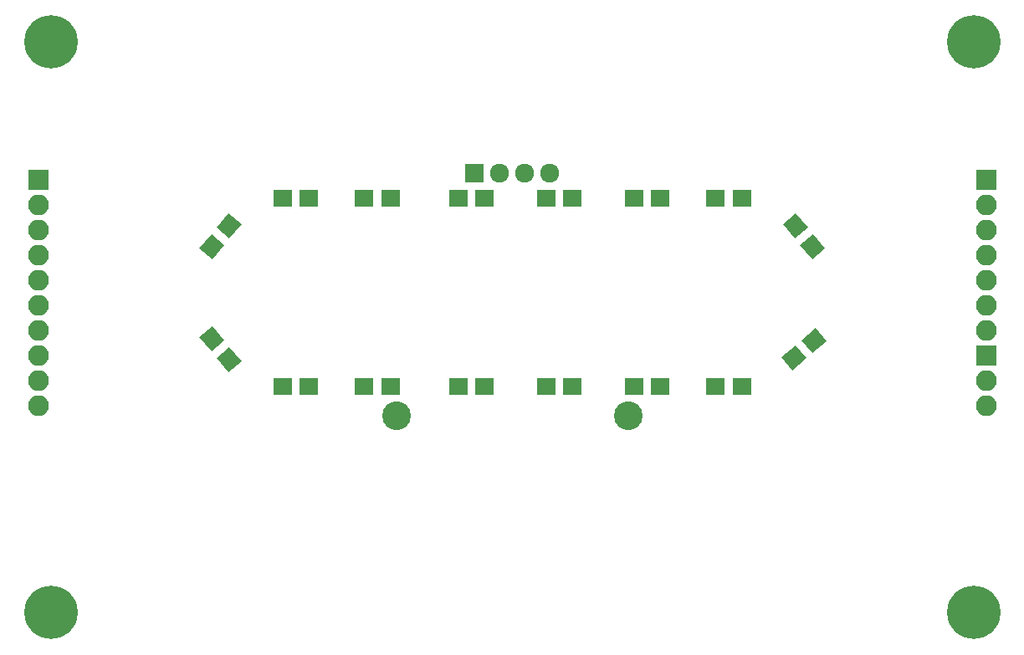
<source format=gts>
G04 #@! TF.GenerationSoftware,KiCad,Pcbnew,(5.1.5)-3*
G04 #@! TF.CreationDate,2020-03-10T22:22:35+01:00*
G04 #@! TF.ProjectId,8bitWave Faceplate,38626974-5761-4766-9520-46616365706c,rev?*
G04 #@! TF.SameCoordinates,Original*
G04 #@! TF.FileFunction,Soldermask,Top*
G04 #@! TF.FilePolarity,Negative*
%FSLAX46Y46*%
G04 Gerber Fmt 4.6, Leading zero omitted, Abs format (unit mm)*
G04 Created by KiCad (PCBNEW (5.1.5)-3) date 2020-03-10 22:22:35*
%MOMM*%
%LPD*%
G04 APERTURE LIST*
%ADD10O,2.100000X2.100000*%
%ADD11R,2.100000X2.100000*%
%ADD12C,2.900000*%
%ADD13R,1.924000X1.924000*%
%ADD14C,1.924000*%
%ADD15C,5.400000*%
%ADD16R,1.900000X1.700000*%
%ADD17C,0.100000*%
G04 APERTURE END LIST*
D10*
X72390000Y-118110000D03*
X72390000Y-115570000D03*
X72390000Y-113030000D03*
X72390000Y-110490000D03*
X72390000Y-107950000D03*
X72390000Y-105410000D03*
X72390000Y-102870000D03*
X72390000Y-100330000D03*
X72390000Y-97790000D03*
D11*
X72390000Y-95250000D03*
D12*
X132085000Y-119115000D03*
X108585000Y-119115000D03*
D13*
X116525000Y-94615000D03*
D14*
X119065000Y-94615000D03*
X121605000Y-94615000D03*
X124145000Y-94615000D03*
D11*
X168275000Y-95250000D03*
D10*
X168275000Y-97790000D03*
X168275000Y-100330000D03*
X168275000Y-102870000D03*
X168275000Y-105410000D03*
X168275000Y-107950000D03*
X168275000Y-110490000D03*
D15*
X73660000Y-139065000D03*
X167005000Y-139065000D03*
X167005000Y-81280000D03*
X73660000Y-81280000D03*
D11*
X168275000Y-113030000D03*
D10*
X168275000Y-115570000D03*
X168275000Y-118110000D03*
D16*
X140890000Y-116205000D03*
X143590000Y-116205000D03*
X132635000Y-116205000D03*
X135335000Y-116205000D03*
X123745000Y-116205000D03*
X126445000Y-116205000D03*
X114855000Y-116205000D03*
X117555000Y-116205000D03*
X105330000Y-116205000D03*
X108030000Y-116205000D03*
X97075000Y-116205000D03*
X99775000Y-116205000D03*
D17*
G36*
X88675451Y-111179467D02*
G01*
X89977727Y-110086728D01*
X91199023Y-111542213D01*
X89896747Y-112634952D01*
X88675451Y-111179467D01*
G37*
G36*
X90410977Y-113247787D02*
G01*
X91713253Y-112155048D01*
X92934549Y-113610533D01*
X91632273Y-114703272D01*
X90410977Y-113247787D01*
G37*
G36*
X91632273Y-98656728D02*
G01*
X92934549Y-99749467D01*
X91713253Y-101204952D01*
X90410977Y-100112213D01*
X91632273Y-98656728D01*
G37*
G36*
X89896747Y-100725048D02*
G01*
X91199023Y-101817787D01*
X89977727Y-103273272D01*
X88675451Y-102180533D01*
X89896747Y-100725048D01*
G37*
D16*
X99775000Y-97155000D03*
X97075000Y-97155000D03*
X108030000Y-97155000D03*
X105330000Y-97155000D03*
X117555000Y-97155000D03*
X114855000Y-97155000D03*
X126445000Y-97155000D03*
X123745000Y-97155000D03*
X135335000Y-97155000D03*
X132635000Y-97155000D03*
X143590000Y-97155000D03*
X140890000Y-97155000D03*
D17*
G36*
X151989549Y-102180533D02*
G01*
X150687273Y-103273272D01*
X149465977Y-101817787D01*
X150768253Y-100725048D01*
X151989549Y-102180533D01*
G37*
G36*
X150254023Y-100112213D02*
G01*
X148951747Y-101204952D01*
X147730451Y-99749467D01*
X149032727Y-98656728D01*
X150254023Y-100112213D01*
G37*
G36*
X148644467Y-114524549D02*
G01*
X147551728Y-113222273D01*
X149007213Y-112000977D01*
X150099952Y-113303253D01*
X148644467Y-114524549D01*
G37*
G36*
X150712787Y-112789023D02*
G01*
X149620048Y-111486747D01*
X151075533Y-110265451D01*
X152168272Y-111567727D01*
X150712787Y-112789023D01*
G37*
M02*

</source>
